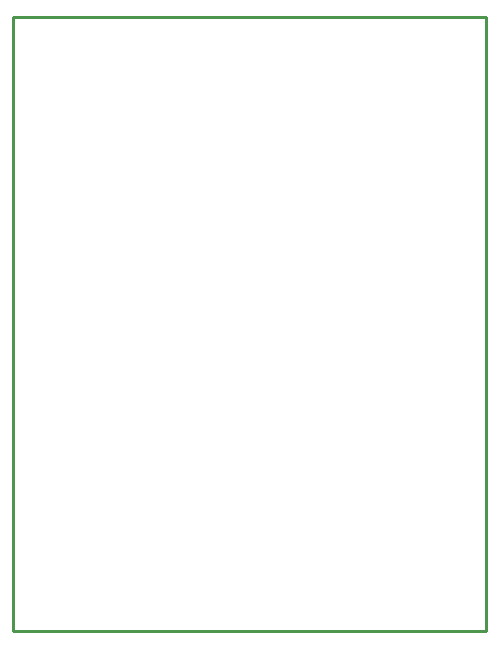
<source format=gko>
G04 Layer: BoardOutlineLayer*
G04 EasyEDA v6.5.23, 2023-05-28 17:35:23*
G04 5b9d0392a9f34ebfbb4243e03fcb58ae,7b9118f9ee4640bfb0881aea6626bb62,10*
G04 Gerber Generator version 0.2*
G04 Scale: 100 percent, Rotated: No, Reflected: No *
G04 Dimensions in millimeters *
G04 leading zeros omitted , absolute positions ,4 integer and 5 decimal *
%FSLAX45Y45*%
%MOMM*%

%ADD10C,0.2540*%
D10*
X699998Y8599982D02*
G01*
X4699990Y8599982D01*
X4699990Y3399993D01*
X699998Y3399993D01*
X699998Y8599982D01*

%LPD*%
M02*

</source>
